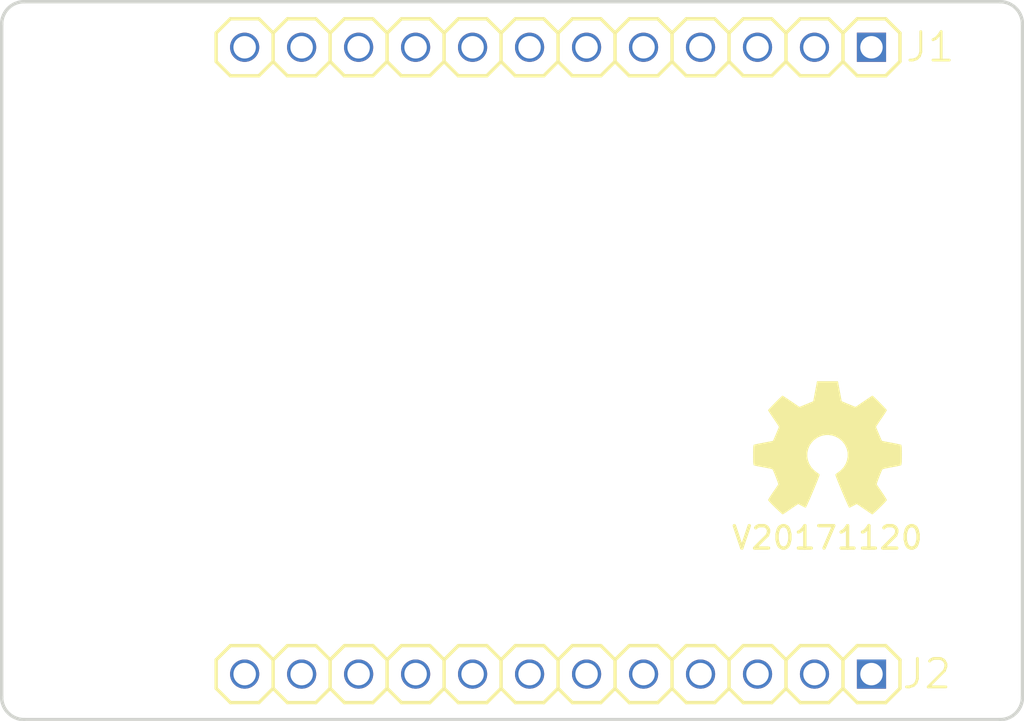
<source format=kicad_pcb>
(kicad_pcb (version 4) (host pcbnew 4.0.7-e2-6376~58~ubuntu17.04.1)

  (general
    (links 0)
    (no_connects 0)
    (area 123.124999 85.024999 168.775001 117.175001)
    (thickness 1.6)
    (drawings 8)
    (tracks 0)
    (zones 0)
    (modules 6)
    (nets 1)
  )

  (page A4)
  (layers
    (0 F.Cu signal)
    (31 B.Cu signal)
    (32 B.Adhes user)
    (33 F.Adhes user)
    (34 B.Paste user)
    (35 F.Paste user)
    (36 B.SilkS user)
    (37 F.SilkS user)
    (38 B.Mask user)
    (39 F.Mask user)
    (40 Dwgs.User user)
    (41 Cmts.User user)
    (42 Eco1.User user)
    (43 Eco2.User user)
    (44 Edge.Cuts user)
    (45 Margin user)
    (46 B.CrtYd user)
    (47 F.CrtYd user)
    (48 B.Fab user)
    (49 F.Fab user)
  )

  (setup
    (last_trace_width 0.1524)
    (user_trace_width 0.1524)
    (user_trace_width 0.2)
    (user_trace_width 0.3)
    (user_trace_width 0.4)
    (user_trace_width 0.6)
    (user_trace_width 1)
    (user_trace_width 1.5)
    (user_trace_width 2)
    (trace_clearance 0.1524)
    (zone_clearance 0.508)
    (zone_45_only no)
    (trace_min 0.1524)
    (segment_width 0.2)
    (edge_width 0.15)
    (via_size 0.381)
    (via_drill 0.254)
    (via_min_size 0.381)
    (via_min_drill 0.254)
    (user_via 0.381 0.254)
    (user_via 0.55 0.4)
    (user_via 0.75 0.6)
    (user_via 0.95 0.8)
    (user_via 1.3 1)
    (user_via 1.5 1.2)
    (user_via 1.7 1.4)
    (user_via 1.9 1.6)
    (uvia_size 0.381)
    (uvia_drill 0.254)
    (uvias_allowed no)
    (uvia_min_size 0.381)
    (uvia_min_drill 0.254)
    (pcb_text_width 0.3)
    (pcb_text_size 1.5 1.5)
    (mod_edge_width 0.15)
    (mod_text_size 1 1)
    (mod_text_width 0.15)
    (pad_size 1.524 1.524)
    (pad_drill 0.762)
    (pad_to_mask_clearance 0.2)
    (aux_axis_origin 0 0)
    (visible_elements FFFFFF7F)
    (pcbplotparams
      (layerselection 0x00030_80000001)
      (usegerberextensions false)
      (excludeedgelayer true)
      (linewidth 0.100000)
      (plotframeref false)
      (viasonmask false)
      (mode 1)
      (useauxorigin false)
      (hpglpennumber 1)
      (hpglpenspeed 20)
      (hpglpendiameter 15)
      (hpglpenoverlay 2)
      (psnegative false)
      (psa4output false)
      (plotreference true)
      (plotvalue true)
      (plotinvisibletext false)
      (padsonsilk false)
      (subtractmaskfromsilk false)
      (outputformat 1)
      (mirror false)
      (drillshape 1)
      (scaleselection 1)
      (outputdirectory ""))
  )

  (net 0 "")

  (net_class Default "This is the default net class."
    (clearance 0.1524)
    (trace_width 0.1524)
    (via_dia 0.381)
    (via_drill 0.254)
    (uvia_dia 0.381)
    (uvia_drill 0.254)
  )

  (module Symbols:OSHW-Symbol_6.7x6mm_SilkScreen (layer F.Cu) (tedit 0) (tstamp 5A135134)
    (at 160 105)
    (descr "Open Source Hardware Symbol")
    (tags "Logo Symbol OSHW")
    (path /5A135869)
    (attr virtual)
    (fp_text reference N1 (at 0 0) (layer F.SilkS) hide
      (effects (font (size 1 1) (thickness 0.15)))
    )
    (fp_text value OHWLOGO (at 0.75 0) (layer F.Fab) hide
      (effects (font (size 1 1) (thickness 0.15)))
    )
    (fp_poly (pts (xy 0.555814 -2.531069) (xy 0.639635 -2.086445) (xy 0.94892 -1.958947) (xy 1.258206 -1.831449)
      (xy 1.629246 -2.083754) (xy 1.733157 -2.154004) (xy 1.827087 -2.216728) (xy 1.906652 -2.269062)
      (xy 1.96747 -2.308143) (xy 2.005157 -2.331107) (xy 2.015421 -2.336058) (xy 2.03391 -2.323324)
      (xy 2.07342 -2.288118) (xy 2.129522 -2.234938) (xy 2.197787 -2.168282) (xy 2.273786 -2.092646)
      (xy 2.353092 -2.012528) (xy 2.431275 -1.932426) (xy 2.503907 -1.856836) (xy 2.566559 -1.790255)
      (xy 2.614803 -1.737182) (xy 2.64421 -1.702113) (xy 2.651241 -1.690377) (xy 2.641123 -1.66874)
      (xy 2.612759 -1.621338) (xy 2.569129 -1.552807) (xy 2.513218 -1.467785) (xy 2.448006 -1.370907)
      (xy 2.410219 -1.31565) (xy 2.341343 -1.214752) (xy 2.28014 -1.123701) (xy 2.229578 -1.04703)
      (xy 2.192628 -0.989272) (xy 2.172258 -0.954957) (xy 2.169197 -0.947746) (xy 2.176136 -0.927252)
      (xy 2.195051 -0.879487) (xy 2.223087 -0.811168) (xy 2.257391 -0.729011) (xy 2.295109 -0.63973)
      (xy 2.333387 -0.550042) (xy 2.36937 -0.466662) (xy 2.400206 -0.396306) (xy 2.423039 -0.34569)
      (xy 2.435017 -0.321529) (xy 2.435724 -0.320578) (xy 2.454531 -0.315964) (xy 2.504618 -0.305672)
      (xy 2.580793 -0.290713) (xy 2.677865 -0.272099) (xy 2.790643 -0.250841) (xy 2.856442 -0.238582)
      (xy 2.97695 -0.215638) (xy 3.085797 -0.193805) (xy 3.177476 -0.174278) (xy 3.246481 -0.158252)
      (xy 3.287304 -0.146921) (xy 3.295511 -0.143326) (xy 3.303548 -0.118994) (xy 3.310033 -0.064041)
      (xy 3.31497 0.015108) (xy 3.318364 0.112026) (xy 3.320218 0.220287) (xy 3.320538 0.333465)
      (xy 3.319327 0.445135) (xy 3.31659 0.548868) (xy 3.312331 0.638241) (xy 3.306555 0.706826)
      (xy 3.299267 0.748197) (xy 3.294895 0.75681) (xy 3.268764 0.767133) (xy 3.213393 0.781892)
      (xy 3.136107 0.799352) (xy 3.04423 0.81778) (xy 3.012158 0.823741) (xy 2.857524 0.852066)
      (xy 2.735375 0.874876) (xy 2.641673 0.89308) (xy 2.572384 0.907583) (xy 2.523471 0.919292)
      (xy 2.490897 0.929115) (xy 2.470628 0.937956) (xy 2.458626 0.946724) (xy 2.456947 0.948457)
      (xy 2.440184 0.976371) (xy 2.414614 1.030695) (xy 2.382788 1.104777) (xy 2.34726 1.191965)
      (xy 2.310583 1.285608) (xy 2.275311 1.379052) (xy 2.243996 1.465647) (xy 2.219193 1.53874)
      (xy 2.203454 1.591678) (xy 2.199332 1.617811) (xy 2.199676 1.618726) (xy 2.213641 1.640086)
      (xy 2.245322 1.687084) (xy 2.291391 1.754827) (xy 2.348518 1.838423) (xy 2.413373 1.932982)
      (xy 2.431843 1.959854) (xy 2.497699 2.057275) (xy 2.55565 2.146163) (xy 2.602538 2.221412)
      (xy 2.635207 2.27792) (xy 2.6505 2.310581) (xy 2.651241 2.314593) (xy 2.638392 2.335684)
      (xy 2.602888 2.377464) (xy 2.549293 2.435445) (xy 2.482171 2.505135) (xy 2.406087 2.582045)
      (xy 2.325604 2.661683) (xy 2.245287 2.739561) (xy 2.169699 2.811186) (xy 2.103405 2.87207)
      (xy 2.050969 2.917721) (xy 2.016955 2.94365) (xy 2.007545 2.947883) (xy 1.985643 2.937912)
      (xy 1.9408 2.91102) (xy 1.880321 2.871736) (xy 1.833789 2.840117) (xy 1.749475 2.782098)
      (xy 1.649626 2.713784) (xy 1.549473 2.645579) (xy 1.495627 2.609075) (xy 1.313371 2.4858)
      (xy 1.160381 2.56852) (xy 1.090682 2.604759) (xy 1.031414 2.632926) (xy 0.991311 2.648991)
      (xy 0.981103 2.651226) (xy 0.968829 2.634722) (xy 0.944613 2.588082) (xy 0.910263 2.515609)
      (xy 0.867588 2.421606) (xy 0.818394 2.310374) (xy 0.76449 2.186215) (xy 0.707684 2.053432)
      (xy 0.649782 1.916327) (xy 0.592593 1.779202) (xy 0.537924 1.646358) (xy 0.487584 1.522098)
      (xy 0.44338 1.410725) (xy 0.407119 1.316539) (xy 0.380609 1.243844) (xy 0.365658 1.196941)
      (xy 0.363254 1.180833) (xy 0.382311 1.160286) (xy 0.424036 1.126933) (xy 0.479706 1.087702)
      (xy 0.484378 1.084599) (xy 0.628264 0.969423) (xy 0.744283 0.835053) (xy 0.83143 0.685784)
      (xy 0.888699 0.525913) (xy 0.915086 0.359737) (xy 0.909585 0.191552) (xy 0.87119 0.025655)
      (xy 0.798895 -0.133658) (xy 0.777626 -0.168513) (xy 0.666996 -0.309263) (xy 0.536302 -0.422286)
      (xy 0.390064 -0.506997) (xy 0.232808 -0.562806) (xy 0.069057 -0.589126) (xy -0.096667 -0.58537)
      (xy -0.259838 -0.55095) (xy -0.415935 -0.485277) (xy -0.560433 -0.387765) (xy -0.605131 -0.348187)
      (xy -0.718888 -0.224297) (xy -0.801782 -0.093876) (xy -0.858644 0.052315) (xy -0.890313 0.197088)
      (xy -0.898131 0.35986) (xy -0.872062 0.52344) (xy -0.814755 0.682298) (xy -0.728856 0.830906)
      (xy -0.617014 0.963735) (xy -0.481877 1.075256) (xy -0.464117 1.087011) (xy -0.40785 1.125508)
      (xy -0.365077 1.158863) (xy -0.344628 1.18016) (xy -0.344331 1.180833) (xy -0.348721 1.203871)
      (xy -0.366124 1.256157) (xy -0.394732 1.33339) (xy -0.432735 1.431268) (xy -0.478326 1.545491)
      (xy -0.529697 1.671758) (xy -0.585038 1.805767) (xy -0.642542 1.943218) (xy -0.700399 2.079808)
      (xy -0.756802 2.211237) (xy -0.809942 2.333205) (xy -0.85801 2.441409) (xy -0.899199 2.531549)
      (xy -0.931699 2.599323) (xy -0.953703 2.64043) (xy -0.962564 2.651226) (xy -0.98964 2.642819)
      (xy -1.040303 2.620272) (xy -1.105817 2.587613) (xy -1.141841 2.56852) (xy -1.294832 2.4858)
      (xy -1.477088 2.609075) (xy -1.570125 2.672228) (xy -1.671985 2.741727) (xy -1.767438 2.807165)
      (xy -1.81525 2.840117) (xy -1.882495 2.885273) (xy -1.939436 2.921057) (xy -1.978646 2.942938)
      (xy -1.991381 2.947563) (xy -2.009917 2.935085) (xy -2.050941 2.900252) (xy -2.110475 2.846678)
      (xy -2.184542 2.777983) (xy -2.269165 2.697781) (xy -2.322685 2.646286) (xy -2.416319 2.554286)
      (xy -2.497241 2.471999) (xy -2.562177 2.402945) (xy -2.607858 2.350644) (xy -2.631011 2.318616)
      (xy -2.633232 2.312116) (xy -2.622924 2.287394) (xy -2.594439 2.237405) (xy -2.550937 2.167212)
      (xy -2.495577 2.081875) (xy -2.43152 1.986456) (xy -2.413303 1.959854) (xy -2.346927 1.863167)
      (xy -2.287378 1.776117) (xy -2.237984 1.703595) (xy -2.202075 1.650493) (xy -2.182981 1.621703)
      (xy -2.181136 1.618726) (xy -2.183895 1.595782) (xy -2.198538 1.545336) (xy -2.222513 1.474041)
      (xy -2.253266 1.388547) (xy -2.288244 1.295507) (xy -2.324893 1.201574) (xy -2.360661 1.113399)
      (xy -2.392994 1.037634) (xy -2.419338 0.980931) (xy -2.437142 0.949943) (xy -2.438407 0.948457)
      (xy -2.449294 0.939601) (xy -2.467682 0.930843) (xy -2.497606 0.921277) (xy -2.543103 0.909996)
      (xy -2.608209 0.896093) (xy -2.696961 0.878663) (xy -2.813393 0.856798) (xy -2.961542 0.829591)
      (xy -2.993618 0.823741) (xy -3.088686 0.805374) (xy -3.171565 0.787405) (xy -3.23493 0.771569)
      (xy -3.271458 0.7596) (xy -3.276356 0.75681) (xy -3.284427 0.732072) (xy -3.290987 0.67679)
      (xy -3.296033 0.597389) (xy -3.299559 0.500296) (xy -3.301561 0.391938) (xy -3.302036 0.27874)
      (xy -3.300977 0.167128) (xy -3.298382 0.063529) (xy -3.294246 -0.025632) (xy -3.288563 -0.093928)
      (xy -3.281331 -0.134934) (xy -3.276971 -0.143326) (xy -3.252698 -0.151792) (xy -3.197426 -0.165565)
      (xy -3.116662 -0.18345) (xy -3.015912 -0.204252) (xy -2.900683 -0.226777) (xy -2.837902 -0.238582)
      (xy -2.718787 -0.260849) (xy -2.612565 -0.281021) (xy -2.524427 -0.298085) (xy -2.459566 -0.311031)
      (xy -2.423174 -0.318845) (xy -2.417184 -0.320578) (xy -2.407061 -0.34011) (xy -2.385662 -0.387157)
      (xy -2.355839 -0.454997) (xy -2.320445 -0.536909) (xy -2.282332 -0.626172) (xy -2.244353 -0.716065)
      (xy -2.20936 -0.799865) (xy -2.180206 -0.870853) (xy -2.159743 -0.922306) (xy -2.150823 -0.947503)
      (xy -2.150657 -0.948604) (xy -2.160769 -0.968481) (xy -2.189117 -1.014223) (xy -2.232723 -1.081283)
      (xy -2.288606 -1.165116) (xy -2.353787 -1.261174) (xy -2.391679 -1.31635) (xy -2.460725 -1.417519)
      (xy -2.52205 -1.50937) (xy -2.572663 -1.587256) (xy -2.609571 -1.646531) (xy -2.629782 -1.682549)
      (xy -2.632701 -1.690623) (xy -2.620153 -1.709416) (xy -2.585463 -1.749543) (xy -2.533063 -1.806507)
      (xy -2.467384 -1.875815) (xy -2.392856 -1.952969) (xy -2.313913 -2.033475) (xy -2.234983 -2.112837)
      (xy -2.1605 -2.18656) (xy -2.094894 -2.250148) (xy -2.042596 -2.299106) (xy -2.008039 -2.328939)
      (xy -1.996478 -2.336058) (xy -1.977654 -2.326047) (xy -1.932631 -2.297922) (xy -1.865787 -2.254546)
      (xy -1.781499 -2.198782) (xy -1.684144 -2.133494) (xy -1.610707 -2.083754) (xy -1.239667 -1.831449)
      (xy -0.621095 -2.086445) (xy -0.537275 -2.531069) (xy -0.453454 -2.975693) (xy 0.471994 -2.975693)
      (xy 0.555814 -2.531069)) (layer F.SilkS) (width 0.01))
  )

  (module SquantorLabels:Label_version (layer F.Cu) (tedit 59D3ED5E) (tstamp 5A135138)
    (at 160 109)
    (path /5A1357A5)
    (fp_text reference N2 (at 0 2) (layer F.Fab) hide
      (effects (font (size 1 1) (thickness 0.15)))
    )
    (fp_text value V20171120 (at 0 0) (layer F.SilkS)
      (effects (font (size 1 1) (thickness 0.15)))
    )
  )

  (module SquantorPcbOutline:MountingHole_5.4mm_no_metal locked (layer F.Cu) (tedit 5A14A9D9) (tstamp 5A14AEF8)
    (at 126.59 113.65)
    (path /5A135980)
    (fp_text reference H1 (at 0 -4) (layer F.SilkS) hide
      (effects (font (size 1 1) (thickness 0.15)))
    )
    (fp_text value Drill_Hole_no_metal (at 0 4) (layer F.Fab) hide
      (effects (font (size 1 1) (thickness 0.15)))
    )
    (pad "" np_thru_hole circle (at 0 0) (size 5.4 5.4) (drill 5.4) (layers *.Cu *.Mask))
  )

  (module SquantorPcbOutline:MountingHole_5.4mm_no_metal locked (layer F.Cu) (tedit 5A14A9E4) (tstamp 5A14AEFC)
    (at 126.59 88.55)
    (path /5A1359C7)
    (fp_text reference H2 (at 0 -4) (layer F.SilkS) hide
      (effects (font (size 1 1) (thickness 0.15)))
    )
    (fp_text value Drill_Hole_no_metal (at 0 4) (layer F.Fab) hide
      (effects (font (size 1 1) (thickness 0.15)))
    )
    (pad "" np_thru_hole circle (at 0 0) (size 5.4 5.4) (drill 5.4) (layers *.Cu *.Mask))
  )

  (module SquantorConnectors:Header-0254-1X12-H010 locked (layer F.Cu) (tedit 5A14AA3D) (tstamp 5A14AF00)
    (at 148 87.13216 180)
    (descr "PIN HEADER")
    (tags "PIN HEADER")
    (path /5A135BF8)
    (attr virtual)
    (fp_text reference J1 (at -16.592 0.01016 180) (layer F.SilkS)
      (effects (font (size 1.27 1.27) (thickness 0.127)))
    )
    (fp_text value PINS_1X12 (at 0 2.9 180) (layer F.Fab) hide
      (effects (font (size 1.27 1.27) (thickness 0.15)))
    )
    (fp_line (start 13.335 1.27) (end 12.7 0.635) (layer F.SilkS) (width 0.15))
    (fp_line (start 14.605 1.27) (end 13.335 1.27) (layer F.SilkS) (width 0.15))
    (fp_line (start 15.24 0.635) (end 14.605 1.27) (layer F.SilkS) (width 0.15))
    (fp_line (start 15.24 -0.635) (end 15.24 0.635) (layer F.SilkS) (width 0.15))
    (fp_line (start 14.605 -1.27) (end 15.24 -0.635) (layer F.SilkS) (width 0.15))
    (fp_line (start 13.335 -1.27) (end 14.605 -1.27) (layer F.SilkS) (width 0.15))
    (fp_line (start 12.7 -0.635) (end 13.335 -1.27) (layer F.SilkS) (width 0.15))
    (fp_line (start 10.795 1.27) (end 10.16 0.635) (layer F.SilkS) (width 0.15))
    (fp_line (start 12.065 1.27) (end 10.795 1.27) (layer F.SilkS) (width 0.15))
    (fp_line (start 12.7 0.635) (end 12.065 1.27) (layer F.SilkS) (width 0.15))
    (fp_line (start 12.7 -0.635) (end 12.7 0.635) (layer F.SilkS) (width 0.15))
    (fp_line (start 12.065 -1.27) (end 12.7 -0.635) (layer F.SilkS) (width 0.15))
    (fp_line (start 10.795 -1.27) (end 12.065 -1.27) (layer F.SilkS) (width 0.15))
    (fp_line (start 10.16 -0.635) (end 10.795 -1.27) (layer F.SilkS) (width 0.15))
    (fp_line (start 5.08 -0.635) (end 5.715 -1.27) (layer F.SilkS) (width 0.1524))
    (fp_line (start 5.715 -1.27) (end 6.985 -1.27) (layer F.SilkS) (width 0.1524))
    (fp_line (start 6.985 -1.27) (end 7.62 -0.635) (layer F.SilkS) (width 0.1524))
    (fp_line (start 7.62 -0.635) (end 7.62 0.635) (layer F.SilkS) (width 0.1524))
    (fp_line (start 7.62 0.635) (end 6.985 1.27) (layer F.SilkS) (width 0.1524))
    (fp_line (start 6.985 1.27) (end 5.715 1.27) (layer F.SilkS) (width 0.1524))
    (fp_line (start 5.715 1.27) (end 5.08 0.635) (layer F.SilkS) (width 0.1524))
    (fp_line (start 0.635 -1.27) (end 1.905 -1.27) (layer F.SilkS) (width 0.1524))
    (fp_line (start 1.905 -1.27) (end 2.54 -0.635) (layer F.SilkS) (width 0.1524))
    (fp_line (start 2.54 -0.635) (end 2.54 0.635) (layer F.SilkS) (width 0.1524))
    (fp_line (start 2.54 0.635) (end 1.905 1.27) (layer F.SilkS) (width 0.1524))
    (fp_line (start 2.54 -0.635) (end 3.175 -1.27) (layer F.SilkS) (width 0.1524))
    (fp_line (start 3.175 -1.27) (end 4.445 -1.27) (layer F.SilkS) (width 0.1524))
    (fp_line (start 4.445 -1.27) (end 5.08 -0.635) (layer F.SilkS) (width 0.1524))
    (fp_line (start 5.08 -0.635) (end 5.08 0.635) (layer F.SilkS) (width 0.1524))
    (fp_line (start 5.08 0.635) (end 4.445 1.27) (layer F.SilkS) (width 0.1524))
    (fp_line (start 4.445 1.27) (end 3.175 1.27) (layer F.SilkS) (width 0.1524))
    (fp_line (start 3.175 1.27) (end 2.54 0.635) (layer F.SilkS) (width 0.1524))
    (fp_line (start -2.54 -0.635) (end -1.905 -1.27) (layer F.SilkS) (width 0.1524))
    (fp_line (start -1.905 -1.27) (end -0.635 -1.27) (layer F.SilkS) (width 0.1524))
    (fp_line (start -0.635 -1.27) (end 0 -0.635) (layer F.SilkS) (width 0.1524))
    (fp_line (start 0 -0.635) (end 0 0.635) (layer F.SilkS) (width 0.1524))
    (fp_line (start 0 0.635) (end -0.635 1.27) (layer F.SilkS) (width 0.1524))
    (fp_line (start -0.635 1.27) (end -1.905 1.27) (layer F.SilkS) (width 0.1524))
    (fp_line (start -1.905 1.27) (end -2.54 0.635) (layer F.SilkS) (width 0.1524))
    (fp_line (start 0.635 -1.27) (end 0 -0.635) (layer F.SilkS) (width 0.1524))
    (fp_line (start 0 0.635) (end 0.635 1.27) (layer F.SilkS) (width 0.1524))
    (fp_line (start 1.905 1.27) (end 0.635 1.27) (layer F.SilkS) (width 0.1524))
    (fp_line (start -6.985 -1.27) (end -5.715 -1.27) (layer F.SilkS) (width 0.1524))
    (fp_line (start -5.715 -1.27) (end -5.08 -0.635) (layer F.SilkS) (width 0.1524))
    (fp_line (start -5.08 -0.635) (end -5.08 0.635) (layer F.SilkS) (width 0.1524))
    (fp_line (start -5.08 0.635) (end -5.715 1.27) (layer F.SilkS) (width 0.1524))
    (fp_line (start -5.08 -0.635) (end -4.445 -1.27) (layer F.SilkS) (width 0.1524))
    (fp_line (start -4.445 -1.27) (end -3.175 -1.27) (layer F.SilkS) (width 0.1524))
    (fp_line (start -3.175 -1.27) (end -2.54 -0.635) (layer F.SilkS) (width 0.1524))
    (fp_line (start -2.54 -0.635) (end -2.54 0.635) (layer F.SilkS) (width 0.1524))
    (fp_line (start -2.54 0.635) (end -3.175 1.27) (layer F.SilkS) (width 0.1524))
    (fp_line (start -3.175 1.27) (end -4.445 1.27) (layer F.SilkS) (width 0.1524))
    (fp_line (start -4.445 1.27) (end -5.08 0.635) (layer F.SilkS) (width 0.1524))
    (fp_line (start -10.16 -0.635) (end -9.525 -1.27) (layer F.SilkS) (width 0.1524))
    (fp_line (start -9.525 -1.27) (end -8.255 -1.27) (layer F.SilkS) (width 0.1524))
    (fp_line (start -8.255 -1.27) (end -7.62 -0.635) (layer F.SilkS) (width 0.1524))
    (fp_line (start -7.62 -0.635) (end -7.62 0.635) (layer F.SilkS) (width 0.1524))
    (fp_line (start -7.62 0.635) (end -8.255 1.27) (layer F.SilkS) (width 0.1524))
    (fp_line (start -8.255 1.27) (end -9.525 1.27) (layer F.SilkS) (width 0.1524))
    (fp_line (start -9.525 1.27) (end -10.16 0.635) (layer F.SilkS) (width 0.1524))
    (fp_line (start -6.985 -1.27) (end -7.62 -0.635) (layer F.SilkS) (width 0.1524))
    (fp_line (start -7.62 0.635) (end -6.985 1.27) (layer F.SilkS) (width 0.1524))
    (fp_line (start -5.715 1.27) (end -6.985 1.27) (layer F.SilkS) (width 0.1524))
    (fp_line (start -14.605 -1.27) (end -13.335 -1.27) (layer F.SilkS) (width 0.1524))
    (fp_line (start -13.335 -1.27) (end -12.7 -0.635) (layer F.SilkS) (width 0.1524))
    (fp_line (start -12.7 -0.635) (end -12.7 0.635) (layer F.SilkS) (width 0.1524))
    (fp_line (start -12.7 0.635) (end -13.335 1.27) (layer F.SilkS) (width 0.1524))
    (fp_line (start -12.7 -0.635) (end -12.065 -1.27) (layer F.SilkS) (width 0.1524))
    (fp_line (start -12.065 -1.27) (end -10.795 -1.27) (layer F.SilkS) (width 0.1524))
    (fp_line (start -10.795 -1.27) (end -10.16 -0.635) (layer F.SilkS) (width 0.1524))
    (fp_line (start -10.16 -0.635) (end -10.16 0.635) (layer F.SilkS) (width 0.1524))
    (fp_line (start -10.16 0.635) (end -10.795 1.27) (layer F.SilkS) (width 0.1524))
    (fp_line (start -10.795 1.27) (end -12.065 1.27) (layer F.SilkS) (width 0.1524))
    (fp_line (start -12.065 1.27) (end -12.7 0.635) (layer F.SilkS) (width 0.1524))
    (fp_line (start -15.24 -0.635) (end -15.24 0.635) (layer F.SilkS) (width 0.1524))
    (fp_line (start -14.605 -1.27) (end -15.24 -0.635) (layer F.SilkS) (width 0.1524))
    (fp_line (start -15.24 0.635) (end -14.605 1.27) (layer F.SilkS) (width 0.1524))
    (fp_line (start -13.335 1.27) (end -14.605 1.27) (layer F.SilkS) (width 0.1524))
    (fp_line (start 8.255 -1.27) (end 9.525 -1.27) (layer F.SilkS) (width 0.1524))
    (fp_line (start 9.525 -1.27) (end 10.16 -0.635) (layer F.SilkS) (width 0.1524))
    (fp_line (start 10.16 -0.635) (end 10.16 0.635) (layer F.SilkS) (width 0.1524))
    (fp_line (start 10.16 0.635) (end 9.525 1.27) (layer F.SilkS) (width 0.1524))
    (fp_line (start 8.255 -1.27) (end 7.62 -0.635) (layer F.SilkS) (width 0.1524))
    (fp_line (start 7.62 0.635) (end 8.255 1.27) (layer F.SilkS) (width 0.1524))
    (fp_line (start 9.525 1.27) (end 8.255 1.27) (layer F.SilkS) (width 0.1524))
    (pad 1 thru_hole rect (at -13.97 0) (size 1.3 1.3) (drill 1) (layers *.Cu *.Mask))
    (pad 2 thru_hole circle (at -11.43 0) (size 1.3 1.3) (drill 1) (layers *.Cu *.Mask))
    (pad 3 thru_hole circle (at -8.89 0) (size 1.3 1.3) (drill 1) (layers *.Cu *.Mask))
    (pad 4 thru_hole circle (at -6.35 0) (size 1.3 1.3) (drill 1) (layers *.Cu *.Mask))
    (pad 5 thru_hole circle (at -3.81 0) (size 1.3 1.3) (drill 1) (layers *.Cu *.Mask))
    (pad 6 thru_hole circle (at -1.27 0) (size 1.3 1.3) (drill 1) (layers *.Cu *.Mask))
    (pad 7 thru_hole circle (at 1.27 0) (size 1.3 1.3) (drill 1) (layers *.Cu *.Mask))
    (pad 8 thru_hole circle (at 3.81 0) (size 1.3 1.3) (drill 1) (layers *.Cu *.Mask))
    (pad 9 thru_hole circle (at 6.35 0 180) (size 1.3 1.3) (drill 1) (layers *.Cu *.Mask))
    (pad 10 thru_hole circle (at 8.89 0) (size 1.3 1.3) (drill 1) (layers *.Cu *.Mask))
    (pad 11 thru_hole circle (at 11.43 0 180) (size 1.3 1.3) (drill 1) (layers *.Cu *.Mask))
    (pad 12 thru_hole circle (at 13.97 0 180) (size 1.3 1.3) (drill 1) (layers *.Cu *.Mask))
  )

  (module SquantorConnectors:Header-0254-1X12-H010 locked (layer F.Cu) (tedit 5A14AA38) (tstamp 5A14AF0F)
    (at 148.00072 115.07216 180)
    (descr "PIN HEADER")
    (tags "PIN HEADER")
    (path /5A135C4B)
    (attr virtual)
    (fp_text reference J2 (at -16.43888 0.01016 180) (layer F.SilkS)
      (effects (font (size 1.27 1.27) (thickness 0.127)))
    )
    (fp_text value PINS_1X12 (at 0 2.9 180) (layer F.Fab) hide
      (effects (font (size 1.27 1.27) (thickness 0.15)))
    )
    (fp_line (start 13.335 1.27) (end 12.7 0.635) (layer F.SilkS) (width 0.15))
    (fp_line (start 14.605 1.27) (end 13.335 1.27) (layer F.SilkS) (width 0.15))
    (fp_line (start 15.24 0.635) (end 14.605 1.27) (layer F.SilkS) (width 0.15))
    (fp_line (start 15.24 -0.635) (end 15.24 0.635) (layer F.SilkS) (width 0.15))
    (fp_line (start 14.605 -1.27) (end 15.24 -0.635) (layer F.SilkS) (width 0.15))
    (fp_line (start 13.335 -1.27) (end 14.605 -1.27) (layer F.SilkS) (width 0.15))
    (fp_line (start 12.7 -0.635) (end 13.335 -1.27) (layer F.SilkS) (width 0.15))
    (fp_line (start 10.795 1.27) (end 10.16 0.635) (layer F.SilkS) (width 0.15))
    (fp_line (start 12.065 1.27) (end 10.795 1.27) (layer F.SilkS) (width 0.15))
    (fp_line (start 12.7 0.635) (end 12.065 1.27) (layer F.SilkS) (width 0.15))
    (fp_line (start 12.7 -0.635) (end 12.7 0.635) (layer F.SilkS) (width 0.15))
    (fp_line (start 12.065 -1.27) (end 12.7 -0.635) (layer F.SilkS) (width 0.15))
    (fp_line (start 10.795 -1.27) (end 12.065 -1.27) (layer F.SilkS) (width 0.15))
    (fp_line (start 10.16 -0.635) (end 10.795 -1.27) (layer F.SilkS) (width 0.15))
    (fp_line (start 5.08 -0.635) (end 5.715 -1.27) (layer F.SilkS) (width 0.1524))
    (fp_line (start 5.715 -1.27) (end 6.985 -1.27) (layer F.SilkS) (width 0.1524))
    (fp_line (start 6.985 -1.27) (end 7.62 -0.635) (layer F.SilkS) (width 0.1524))
    (fp_line (start 7.62 -0.635) (end 7.62 0.635) (layer F.SilkS) (width 0.1524))
    (fp_line (start 7.62 0.635) (end 6.985 1.27) (layer F.SilkS) (width 0.1524))
    (fp_line (start 6.985 1.27) (end 5.715 1.27) (layer F.SilkS) (width 0.1524))
    (fp_line (start 5.715 1.27) (end 5.08 0.635) (layer F.SilkS) (width 0.1524))
    (fp_line (start 0.635 -1.27) (end 1.905 -1.27) (layer F.SilkS) (width 0.1524))
    (fp_line (start 1.905 -1.27) (end 2.54 -0.635) (layer F.SilkS) (width 0.1524))
    (fp_line (start 2.54 -0.635) (end 2.54 0.635) (layer F.SilkS) (width 0.1524))
    (fp_line (start 2.54 0.635) (end 1.905 1.27) (layer F.SilkS) (width 0.1524))
    (fp_line (start 2.54 -0.635) (end 3.175 -1.27) (layer F.SilkS) (width 0.1524))
    (fp_line (start 3.175 -1.27) (end 4.445 -1.27) (layer F.SilkS) (width 0.1524))
    (fp_line (start 4.445 -1.27) (end 5.08 -0.635) (layer F.SilkS) (width 0.1524))
    (fp_line (start 5.08 -0.635) (end 5.08 0.635) (layer F.SilkS) (width 0.1524))
    (fp_line (start 5.08 0.635) (end 4.445 1.27) (layer F.SilkS) (width 0.1524))
    (fp_line (start 4.445 1.27) (end 3.175 1.27) (layer F.SilkS) (width 0.1524))
    (fp_line (start 3.175 1.27) (end 2.54 0.635) (layer F.SilkS) (width 0.1524))
    (fp_line (start -2.54 -0.635) (end -1.905 -1.27) (layer F.SilkS) (width 0.1524))
    (fp_line (start -1.905 -1.27) (end -0.635 -1.27) (layer F.SilkS) (width 0.1524))
    (fp_line (start -0.635 -1.27) (end 0 -0.635) (layer F.SilkS) (width 0.1524))
    (fp_line (start 0 -0.635) (end 0 0.635) (layer F.SilkS) (width 0.1524))
    (fp_line (start 0 0.635) (end -0.635 1.27) (layer F.SilkS) (width 0.1524))
    (fp_line (start -0.635 1.27) (end -1.905 1.27) (layer F.SilkS) (width 0.1524))
    (fp_line (start -1.905 1.27) (end -2.54 0.635) (layer F.SilkS) (width 0.1524))
    (fp_line (start 0.635 -1.27) (end 0 -0.635) (layer F.SilkS) (width 0.1524))
    (fp_line (start 0 0.635) (end 0.635 1.27) (layer F.SilkS) (width 0.1524))
    (fp_line (start 1.905 1.27) (end 0.635 1.27) (layer F.SilkS) (width 0.1524))
    (fp_line (start -6.985 -1.27) (end -5.715 -1.27) (layer F.SilkS) (width 0.1524))
    (fp_line (start -5.715 -1.27) (end -5.08 -0.635) (layer F.SilkS) (width 0.1524))
    (fp_line (start -5.08 -0.635) (end -5.08 0.635) (layer F.SilkS) (width 0.1524))
    (fp_line (start -5.08 0.635) (end -5.715 1.27) (layer F.SilkS) (width 0.1524))
    (fp_line (start -5.08 -0.635) (end -4.445 -1.27) (layer F.SilkS) (width 0.1524))
    (fp_line (start -4.445 -1.27) (end -3.175 -1.27) (layer F.SilkS) (width 0.1524))
    (fp_line (start -3.175 -1.27) (end -2.54 -0.635) (layer F.SilkS) (width 0.1524))
    (fp_line (start -2.54 -0.635) (end -2.54 0.635) (layer F.SilkS) (width 0.1524))
    (fp_line (start -2.54 0.635) (end -3.175 1.27) (layer F.SilkS) (width 0.1524))
    (fp_line (start -3.175 1.27) (end -4.445 1.27) (layer F.SilkS) (width 0.1524))
    (fp_line (start -4.445 1.27) (end -5.08 0.635) (layer F.SilkS) (width 0.1524))
    (fp_line (start -10.16 -0.635) (end -9.525 -1.27) (layer F.SilkS) (width 0.1524))
    (fp_line (start -9.525 -1.27) (end -8.255 -1.27) (layer F.SilkS) (width 0.1524))
    (fp_line (start -8.255 -1.27) (end -7.62 -0.635) (layer F.SilkS) (width 0.1524))
    (fp_line (start -7.62 -0.635) (end -7.62 0.635) (layer F.SilkS) (width 0.1524))
    (fp_line (start -7.62 0.635) (end -8.255 1.27) (layer F.SilkS) (width 0.1524))
    (fp_line (start -8.255 1.27) (end -9.525 1.27) (layer F.SilkS) (width 0.1524))
    (fp_line (start -9.525 1.27) (end -10.16 0.635) (layer F.SilkS) (width 0.1524))
    (fp_line (start -6.985 -1.27) (end -7.62 -0.635) (layer F.SilkS) (width 0.1524))
    (fp_line (start -7.62 0.635) (end -6.985 1.27) (layer F.SilkS) (width 0.1524))
    (fp_line (start -5.715 1.27) (end -6.985 1.27) (layer F.SilkS) (width 0.1524))
    (fp_line (start -14.605 -1.27) (end -13.335 -1.27) (layer F.SilkS) (width 0.1524))
    (fp_line (start -13.335 -1.27) (end -12.7 -0.635) (layer F.SilkS) (width 0.1524))
    (fp_line (start -12.7 -0.635) (end -12.7 0.635) (layer F.SilkS) (width 0.1524))
    (fp_line (start -12.7 0.635) (end -13.335 1.27) (layer F.SilkS) (width 0.1524))
    (fp_line (start -12.7 -0.635) (end -12.065 -1.27) (layer F.SilkS) (width 0.1524))
    (fp_line (start -12.065 -1.27) (end -10.795 -1.27) (layer F.SilkS) (width 0.1524))
    (fp_line (start -10.795 -1.27) (end -10.16 -0.635) (layer F.SilkS) (width 0.1524))
    (fp_line (start -10.16 -0.635) (end -10.16 0.635) (layer F.SilkS) (width 0.1524))
    (fp_line (start -10.16 0.635) (end -10.795 1.27) (layer F.SilkS) (width 0.1524))
    (fp_line (start -10.795 1.27) (end -12.065 1.27) (layer F.SilkS) (width 0.1524))
    (fp_line (start -12.065 1.27) (end -12.7 0.635) (layer F.SilkS) (width 0.1524))
    (fp_line (start -15.24 -0.635) (end -15.24 0.635) (layer F.SilkS) (width 0.1524))
    (fp_line (start -14.605 -1.27) (end -15.24 -0.635) (layer F.SilkS) (width 0.1524))
    (fp_line (start -15.24 0.635) (end -14.605 1.27) (layer F.SilkS) (width 0.1524))
    (fp_line (start -13.335 1.27) (end -14.605 1.27) (layer F.SilkS) (width 0.1524))
    (fp_line (start 8.255 -1.27) (end 9.525 -1.27) (layer F.SilkS) (width 0.1524))
    (fp_line (start 9.525 -1.27) (end 10.16 -0.635) (layer F.SilkS) (width 0.1524))
    (fp_line (start 10.16 -0.635) (end 10.16 0.635) (layer F.SilkS) (width 0.1524))
    (fp_line (start 10.16 0.635) (end 9.525 1.27) (layer F.SilkS) (width 0.1524))
    (fp_line (start 8.255 -1.27) (end 7.62 -0.635) (layer F.SilkS) (width 0.1524))
    (fp_line (start 7.62 0.635) (end 8.255 1.27) (layer F.SilkS) (width 0.1524))
    (fp_line (start 9.525 1.27) (end 8.255 1.27) (layer F.SilkS) (width 0.1524))
    (pad 1 thru_hole rect (at -13.97 0) (size 1.3 1.3) (drill 1) (layers *.Cu *.Mask))
    (pad 2 thru_hole circle (at -11.43 0) (size 1.3 1.3) (drill 1) (layers *.Cu *.Mask))
    (pad 3 thru_hole circle (at -8.89 0) (size 1.3 1.3) (drill 1) (layers *.Cu *.Mask))
    (pad 4 thru_hole circle (at -6.35 0) (size 1.3 1.3) (drill 1) (layers *.Cu *.Mask))
    (pad 5 thru_hole circle (at -3.81 0) (size 1.3 1.3) (drill 1) (layers *.Cu *.Mask))
    (pad 6 thru_hole circle (at -1.27 0) (size 1.3 1.3) (drill 1) (layers *.Cu *.Mask))
    (pad 7 thru_hole circle (at 1.27 0) (size 1.3 1.3) (drill 1) (layers *.Cu *.Mask))
    (pad 8 thru_hole circle (at 3.81 0) (size 1.3 1.3) (drill 1) (layers *.Cu *.Mask))
    (pad 9 thru_hole circle (at 6.35 0 180) (size 1.3 1.3) (drill 1) (layers *.Cu *.Mask))
    (pad 10 thru_hole circle (at 8.89 0) (size 1.3 1.3) (drill 1) (layers *.Cu *.Mask))
    (pad 11 thru_hole circle (at 11.43 0 180) (size 1.3 1.3) (drill 1) (layers *.Cu *.Mask))
    (pad 12 thru_hole circle (at 13.97 0 180) (size 1.3 1.3) (drill 1) (layers *.Cu *.Mask))
  )

  (gr_arc (start 124.2 116.1) (end 124.2 117.1) (angle 90) (layer Edge.Cuts) (width 0.15))
  (gr_arc (start 167.7 116.1) (end 168.7 116.1) (angle 90) (layer Edge.Cuts) (width 0.15))
  (gr_arc (start 167.7 86.1) (end 167.7 85.1) (angle 90) (layer Edge.Cuts) (width 0.15))
  (gr_arc (start 124.2 86.1) (end 123.2 86.1) (angle 90) (layer Edge.Cuts) (width 0.15))
  (gr_line (start 123.2 116.1) (end 123.2 86.1) (layer Edge.Cuts) (width 0.15))
  (gr_line (start 167.7 117.1) (end 124.2 117.1) (layer Edge.Cuts) (width 0.15))
  (gr_line (start 168.7 86.1) (end 168.7 116.1) (layer Edge.Cuts) (width 0.15))
  (gr_line (start 124.2 85.1) (end 167.7 85.1) (layer Edge.Cuts) (width 0.15))

)

</source>
